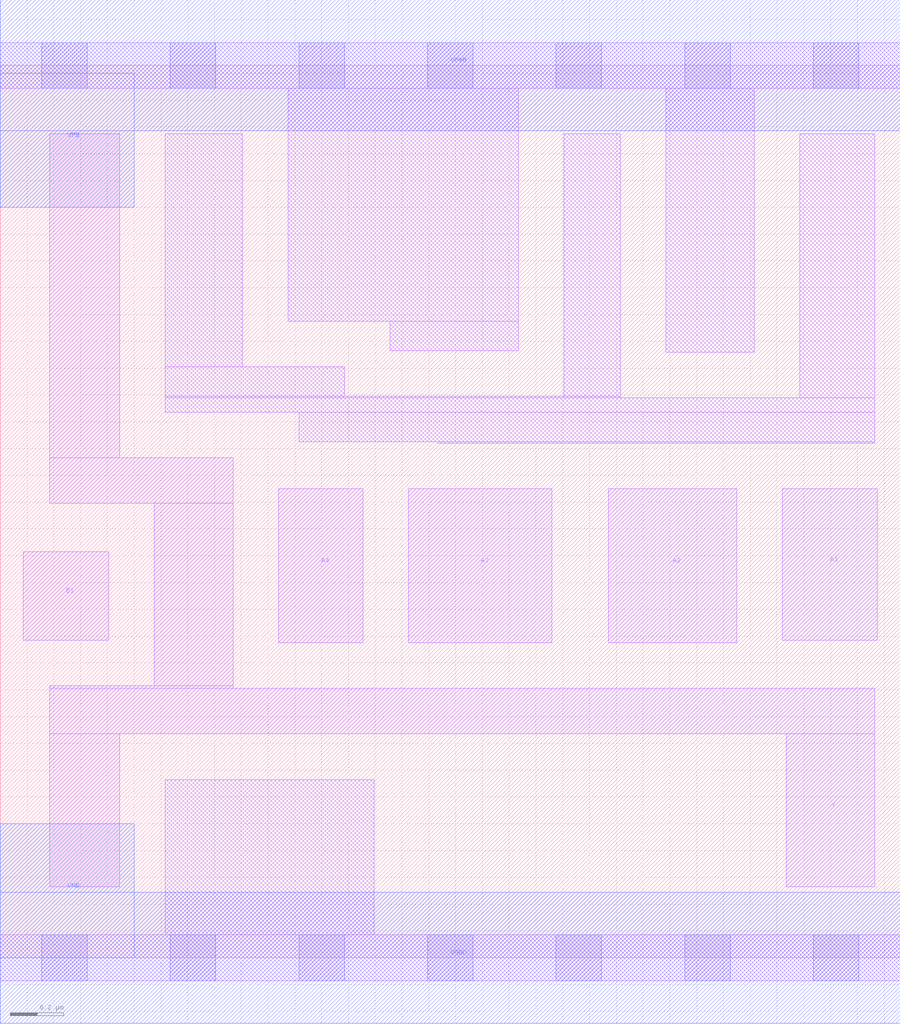
<source format=lef>
# Copyright 2020 The SkyWater PDK Authors
#
# Licensed under the Apache License, Version 2.0 (the "License");
# you may not use this file except in compliance with the License.
# You may obtain a copy of the License at
#
#     https://www.apache.org/licenses/LICENSE-2.0
#
# Unless required by applicable law or agreed to in writing, software
# distributed under the License is distributed on an "AS IS" BASIS,
# WITHOUT WARRANTIES OR CONDITIONS OF ANY KIND, either express or implied.
# See the License for the specific language governing permissions and
# limitations under the License.
#
# SPDX-License-Identifier: Apache-2.0

VERSION 5.5 ;
NAMESCASESENSITIVE ON ;
BUSBITCHARS "[]" ;
DIVIDERCHAR "/" ;
MACRO sky130_fd_sc_lp__a41oi_1
  CLASS CORE ;
  SOURCE USER ;
  ORIGIN  0.000000  0.000000 ;
  SIZE  3.360000 BY  3.330000 ;
  SYMMETRY X Y R90 ;
  SITE unit ;
  PIN A1
    ANTENNAGATEAREA  0.315000 ;
    DIRECTION INPUT ;
    USE SIGNAL ;
    PORT
      LAYER li1 ;
        RECT 2.920000 1.185000 3.275000 1.750000 ;
    END
  END A1
  PIN A2
    ANTENNAGATEAREA  0.315000 ;
    DIRECTION INPUT ;
    USE SIGNAL ;
    PORT
      LAYER li1 ;
        RECT 2.270000 1.175000 2.750000 1.750000 ;
    END
  END A2
  PIN A3
    ANTENNAGATEAREA  0.315000 ;
    DIRECTION INPUT ;
    USE SIGNAL ;
    PORT
      LAYER li1 ;
        RECT 1.525000 1.175000 2.060000 1.750000 ;
    END
  END A3
  PIN A4
    ANTENNAGATEAREA  0.315000 ;
    DIRECTION INPUT ;
    USE SIGNAL ;
    PORT
      LAYER li1 ;
        RECT 1.040000 1.175000 1.355000 1.750000 ;
    END
  END A4
  PIN B1
    ANTENNAGATEAREA  0.315000 ;
    DIRECTION INPUT ;
    USE SIGNAL ;
    PORT
      LAYER li1 ;
        RECT 0.085000 1.185000 0.405000 1.515000 ;
    END
  END B1
  PIN Y
    ANTENNADIFFAREA  0.779100 ;
    DIRECTION OUTPUT ;
    USE SIGNAL ;
    PORT
      LAYER li1 ;
        RECT 0.185000 0.265000 0.445000 0.835000 ;
        RECT 0.185000 0.835000 3.265000 1.005000 ;
        RECT 0.185000 1.005000 0.870000 1.015000 ;
        RECT 0.185000 1.695000 0.870000 1.865000 ;
        RECT 0.185000 1.865000 0.445000 3.075000 ;
        RECT 0.575000 1.015000 0.870000 1.695000 ;
        RECT 2.935000 0.265000 3.265000 0.835000 ;
    END
  END Y
  PIN VGND
    DIRECTION INOUT ;
    USE GROUND ;
    PORT
      LAYER met1 ;
        RECT 0.000000 -0.245000 3.360000 0.245000 ;
    END
  END VGND
  PIN VNB
    DIRECTION INOUT ;
    USE GROUND ;
    PORT
    END
  END VNB
  PIN VPB
    DIRECTION INOUT ;
    USE POWER ;
    PORT
    END
  END VPB
  PIN VNB
    DIRECTION INOUT ;
    USE GROUND ;
    PORT
      LAYER met1 ;
        RECT 0.000000 0.000000 0.500000 0.500000 ;
    END
  END VNB
  PIN VPB
    DIRECTION INOUT ;
    USE POWER ;
    PORT
      LAYER met1 ;
        RECT 0.000000 2.800000 0.500000 3.300000 ;
    END
  END VPB
  PIN VPWR
    DIRECTION INOUT ;
    USE POWER ;
    PORT
      LAYER met1 ;
        RECT 0.000000 3.085000 3.360000 3.575000 ;
    END
  END VPWR
  OBS
    LAYER li1 ;
      RECT 0.000000 -0.085000 3.360000 0.085000 ;
      RECT 0.000000  3.245000 3.360000 3.415000 ;
      RECT 0.615000  0.085000 1.395000 0.665000 ;
      RECT 0.615000  2.035000 3.265000 2.090000 ;
      RECT 0.615000  2.090000 2.315000 2.095000 ;
      RECT 0.615000  2.095000 1.285000 2.205000 ;
      RECT 0.615000  2.205000 0.905000 3.075000 ;
      RECT 1.075000  2.375000 1.935000 3.245000 ;
      RECT 1.115000  1.925000 3.265000 2.035000 ;
      RECT 1.455000  2.265000 1.935000 2.375000 ;
      RECT 1.635000  1.920000 3.265000 1.925000 ;
      RECT 2.105000  2.095000 2.315000 3.075000 ;
      RECT 2.485000  2.260000 2.815000 3.245000 ;
      RECT 2.985000  2.090000 3.265000 3.075000 ;
    LAYER mcon ;
      RECT 0.155000 -0.085000 0.325000 0.085000 ;
      RECT 0.155000  3.245000 0.325000 3.415000 ;
      RECT 0.635000 -0.085000 0.805000 0.085000 ;
      RECT 0.635000  3.245000 0.805000 3.415000 ;
      RECT 1.115000 -0.085000 1.285000 0.085000 ;
      RECT 1.115000  3.245000 1.285000 3.415000 ;
      RECT 1.595000 -0.085000 1.765000 0.085000 ;
      RECT 1.595000  3.245000 1.765000 3.415000 ;
      RECT 2.075000 -0.085000 2.245000 0.085000 ;
      RECT 2.075000  3.245000 2.245000 3.415000 ;
      RECT 2.555000 -0.085000 2.725000 0.085000 ;
      RECT 2.555000  3.245000 2.725000 3.415000 ;
      RECT 3.035000 -0.085000 3.205000 0.085000 ;
      RECT 3.035000  3.245000 3.205000 3.415000 ;
  END
END sky130_fd_sc_lp__a41oi_1
END LIBRARY

</source>
